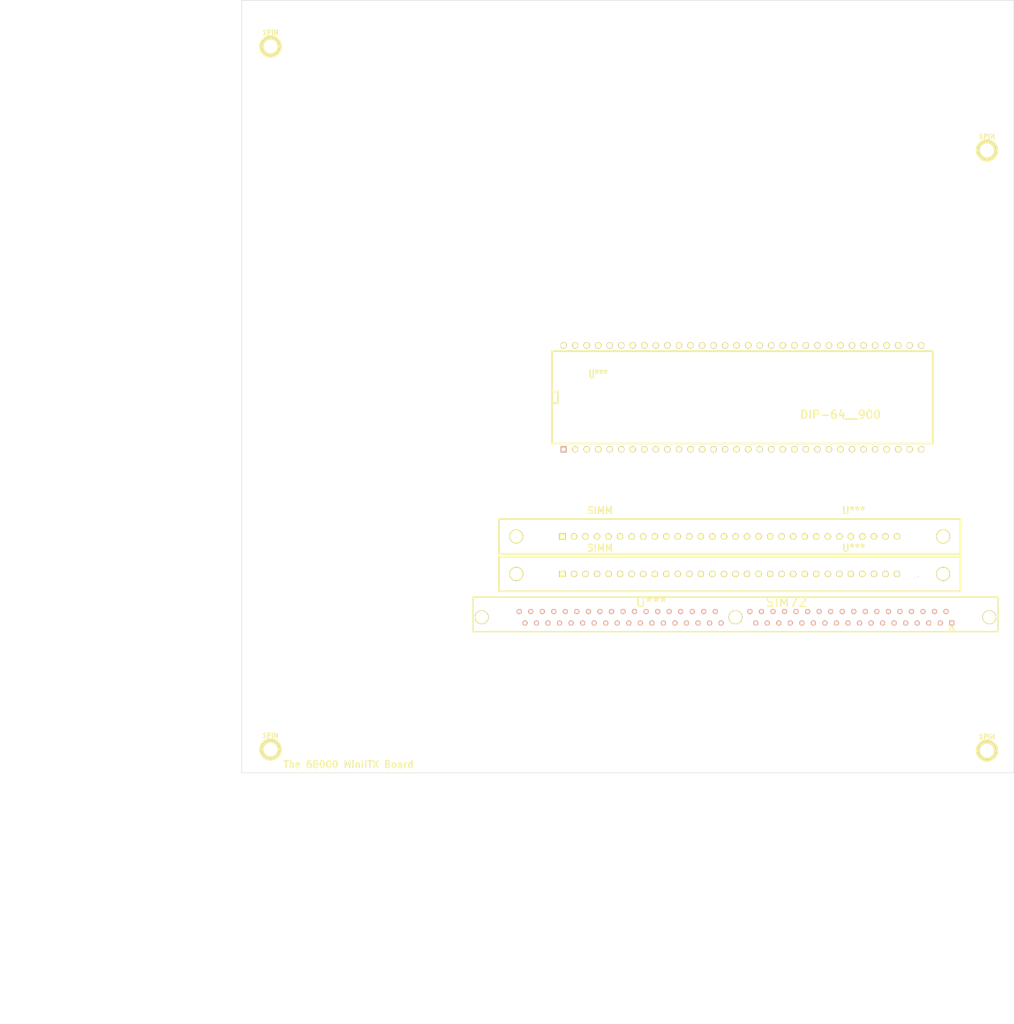
<source format=kicad_pcb>
(kicad_pcb (version 3) (host pcbnew "(2013-07-07 BZR 4022)-stable")

  (general
    (links 0)
    (no_connects 0)
    (area 0.0625 71.571999 223.328001 296.9225)
    (thickness 1.6)
    (drawings 8)
    (tracks 0)
    (zones 0)
    (modules 8)
    (nets 1)
  )

  (page A3)
  (layers
    (15 F.Cu signal)
    (2 Inner2.Cu signal)
    (1 Inner1.Cu signal)
    (0 B.Cu signal)
    (17 F.Adhes user)
    (19 F.Paste user)
    (21 F.SilkS user)
    (23 F.Mask user)
    (28 Edge.Cuts user)
  )

  (setup
    (last_trace_width 0.254)
    (trace_clearance 0.254)
    (zone_clearance 0.508)
    (zone_45_only no)
    (trace_min 0.254)
    (segment_width 0.2)
    (edge_width 0.1)
    (via_size 0.889)
    (via_drill 0.635)
    (via_min_size 0.889)
    (via_min_drill 0.508)
    (uvia_size 0.508)
    (uvia_drill 0.127)
    (uvias_allowed no)
    (uvia_min_size 0.508)
    (uvia_min_drill 0.127)
    (pcb_text_width 0.3)
    (pcb_text_size 1.5 1.5)
    (mod_edge_width 0.15)
    (mod_text_size 1 1)
    (mod_text_width 0.15)
    (pad_size 1.5 1.5)
    (pad_drill 0.6)
    (pad_to_mask_clearance 0)
    (aux_axis_origin 0.065 296.92)
    (visible_elements FFFFFFBF)
    (pcbplotparams
      (layerselection 270565377)
      (usegerberextensions true)
      (excludeedgelayer false)
      (linewidth 0.150000)
      (plotframeref false)
      (viasonmask false)
      (mode 1)
      (useauxorigin false)
      (hpglpennumber 1)
      (hpglpenspeed 20)
      (hpglpendiameter 15)
      (hpglpenoverlay 2)
      (psnegative false)
      (psa4output false)
      (plotreference true)
      (plotvalue true)
      (plotothertext true)
      (plotinvisibletext false)
      (padsonsilk false)
      (subtractmaskfromsilk false)
      (outputformat 1)
      (mirror false)
      (drillshape 0)
      (scaleselection 1)
      (outputdirectory ""))
  )

  (net 0 "")

  (net_class Default "This is the default net class."
    (clearance 0.254)
    (trace_width 0.254)
    (via_dia 0.889)
    (via_drill 0.635)
    (uvia_dia 0.508)
    (uvia_drill 0.127)
    (add_net "")
  )

  (module 1pin (layer F.Cu) (tedit 200000) (tstamp 535F2124)
    (at 217.362 104.642)
    (descr "module 1 pin (ou trou mecanique de percage)")
    (tags DEV)
    (path 1pin)
    (fp_text reference 1PIN (at 0 -3.048) (layer F.SilkS)
      (effects (font (size 1.016 1.016) (thickness 0.254)))
    )
    (fp_text value P*** (at 0 2.794) (layer F.SilkS) hide
      (effects (font (size 1.016 1.016) (thickness 0.254)))
    )
    (fp_circle (center 0 0) (end 0 -2.286) (layer F.SilkS) (width 0.381))
    (pad 1 thru_hole circle (at 0 0) (size 4.064 4.064) (drill 3.048)
      (layers *.Cu *.Mask F.SilkS)
    )
  )

  (module 1pin (layer F.Cu) (tedit 200000) (tstamp 535F2103)
    (at 59.628 81.782)
    (descr "module 1 pin (ou trou mecanique de percage)")
    (tags DEV)
    (path 1pin)
    (fp_text reference 1PIN (at 0 -3.048) (layer F.SilkS)
      (effects (font (size 1.016 1.016) (thickness 0.254)))
    )
    (fp_text value P*** (at 0 2.794) (layer F.SilkS) hide
      (effects (font (size 1.016 1.016) (thickness 0.254)))
    )
    (fp_circle (center 0 0) (end 0 -2.286) (layer F.SilkS) (width 0.381))
    (pad 1 thru_hole circle (at 0 0) (size 4.064 4.064) (drill 3.048)
      (layers *.Cu *.Mask F.SilkS)
    )
  )

  (module 1pin (layer F.Cu) (tedit 200000) (tstamp 535F210E)
    (at 59.628 236.468)
    (descr "module 1 pin (ou trou mecanique de percage)")
    (tags DEV)
    (path 1pin)
    (fp_text reference 1PIN (at 0 -3.048) (layer F.SilkS)
      (effects (font (size 1.016 1.016) (thickness 0.254)))
    )
    (fp_text value P*** (at 0 2.794) (layer F.SilkS) hide
      (effects (font (size 1.016 1.016) (thickness 0.254)))
    )
    (fp_circle (center 0 0) (end 0 -2.286) (layer F.SilkS) (width 0.381))
    (pad 1 thru_hole circle (at 0 0) (size 4.064 4.064) (drill 3.048)
      (layers *.Cu *.Mask F.SilkS)
    )
  )

  (module 1pin (layer F.Cu) (tedit 200000) (tstamp 535F212F)
    (at 217.362 236.722)
    (descr "module 1 pin (ou trou mecanique de percage)")
    (tags DEV)
    (path 1pin)
    (fp_text reference 1PIN (at 0 -3.048) (layer F.SilkS)
      (effects (font (size 1.016 1.016) (thickness 0.254)))
    )
    (fp_text value P*** (at 0 2.794) (layer F.SilkS) hide
      (effects (font (size 1.016 1.016) (thickness 0.254)))
    )
    (fp_circle (center 0 0) (end 0 -2.286) (layer F.SilkS) (width 0.381))
    (pad 1 thru_hole circle (at 0 0) (size 4.064 4.064) (drill 3.048)
      (layers *.Cu *.Mask F.SilkS)
    )
  )

  (module DIP-64__900 (layer F.Cu) (tedit 200000) (tstamp 535F36B6)
    (at 163.514 158.998)
    (descr "Module Dil 64 pins, pads ronds, e=900 mils")
    (tags DIL)
    (fp_text reference U*** (at -31.75 -5.08) (layer F.SilkS)
      (effects (font (size 1.778 1.27) (thickness 0.3048)))
    )
    (fp_text value DIP-64__900 (at 21.59 3.81) (layer F.SilkS)
      (effects (font (size 1.778 1.778) (thickness 0.3048)))
    )
    (fp_line (start -41.91 1.27) (end -40.64 1.27) (layer F.SilkS) (width 0.381))
    (fp_line (start -40.64 1.27) (end -40.64 -1.27) (layer F.SilkS) (width 0.381))
    (fp_line (start -40.64 -1.27) (end -41.91 -1.27) (layer F.SilkS) (width 0.381))
    (fp_line (start -41.91 -10.16) (end 41.91 -10.16) (layer F.SilkS) (width 0.381))
    (fp_line (start 41.91 -10.16) (end 41.91 10.16) (layer F.SilkS) (width 0.381))
    (fp_line (start 41.91 10.16) (end -41.91 10.16) (layer F.SilkS) (width 0.381))
    (fp_line (start -41.91 10.16) (end -41.91 -10.16) (layer F.SilkS) (width 0.381))
    (pad 1 thru_hole rect (at -39.37 11.43) (size 1.397 1.397) (drill 0.8128)
      (layers *.Cu *.SilkS *.Mask)
    )
    (pad 2 thru_hole circle (at -36.83 11.43) (size 1.397 1.397) (drill 0.8128)
      (layers *.Cu *.Mask F.SilkS)
    )
    (pad 3 thru_hole circle (at -34.29 11.43) (size 1.397 1.397) (drill 0.8128)
      (layers *.Cu *.Mask F.SilkS)
    )
    (pad 4 thru_hole circle (at -31.75 11.43) (size 1.397 1.397) (drill 0.8128)
      (layers *.Cu *.Mask F.SilkS)
    )
    (pad 5 thru_hole circle (at -29.21 11.43) (size 1.397 1.397) (drill 0.8128)
      (layers *.Cu *.Mask F.SilkS)
    )
    (pad 6 thru_hole circle (at -26.67 11.43) (size 1.397 1.397) (drill 0.8128)
      (layers *.Cu *.Mask F.SilkS)
    )
    (pad 7 thru_hole circle (at -24.13 11.43) (size 1.397 1.397) (drill 0.8128)
      (layers *.Cu *.Mask F.SilkS)
    )
    (pad 8 thru_hole circle (at -21.59 11.43) (size 1.397 1.397) (drill 0.8128)
      (layers *.Cu *.Mask F.SilkS)
    )
    (pad 9 thru_hole circle (at -19.05 11.43) (size 1.397 1.397) (drill 0.8128)
      (layers *.Cu *.Mask F.SilkS)
    )
    (pad 10 thru_hole circle (at -16.51 11.43) (size 1.397 1.397) (drill 0.8128)
      (layers *.Cu *.Mask F.SilkS)
    )
    (pad 11 thru_hole circle (at -13.97 11.43) (size 1.397 1.397) (drill 0.8128)
      (layers *.Cu *.Mask F.SilkS)
    )
    (pad 12 thru_hole circle (at -11.43 11.43) (size 1.397 1.397) (drill 0.8128)
      (layers *.Cu *.Mask F.SilkS)
    )
    (pad 13 thru_hole circle (at -8.89 11.43) (size 1.397 1.397) (drill 0.8128)
      (layers *.Cu *.Mask F.SilkS)
    )
    (pad 14 thru_hole circle (at -6.35 11.43) (size 1.397 1.397) (drill 0.8128)
      (layers *.Cu *.Mask F.SilkS)
    )
    (pad 15 thru_hole circle (at -3.81 11.43) (size 1.397 1.397) (drill 0.8128)
      (layers *.Cu *.Mask F.SilkS)
    )
    (pad 16 thru_hole circle (at -1.27 11.43) (size 1.397 1.397) (drill 0.8128)
      (layers *.Cu *.Mask F.SilkS)
    )
    (pad 17 thru_hole circle (at 1.27 11.43) (size 1.397 1.397) (drill 0.8128)
      (layers *.Cu *.Mask F.SilkS)
    )
    (pad 18 thru_hole circle (at 3.81 11.43) (size 1.397 1.397) (drill 0.8128)
      (layers *.Cu *.Mask F.SilkS)
    )
    (pad 19 thru_hole circle (at 6.35 11.43) (size 1.397 1.397) (drill 0.8128)
      (layers *.Cu *.Mask F.SilkS)
    )
    (pad 20 thru_hole circle (at 8.89 11.43) (size 1.397 1.397) (drill 0.8128)
      (layers *.Cu *.Mask F.SilkS)
    )
    (pad 21 thru_hole circle (at 11.43 11.43) (size 1.397 1.397) (drill 0.8128)
      (layers *.Cu *.Mask F.SilkS)
    )
    (pad 22 thru_hole circle (at 13.97 11.43) (size 1.397 1.397) (drill 0.8128)
      (layers *.Cu *.Mask F.SilkS)
    )
    (pad 23 thru_hole circle (at 16.51 11.43) (size 1.397 1.397) (drill 0.8128)
      (layers *.Cu *.Mask F.SilkS)
    )
    (pad 24 thru_hole circle (at 19.05 11.43) (size 1.397 1.397) (drill 0.8128)
      (layers *.Cu *.Mask F.SilkS)
    )
    (pad 25 thru_hole circle (at 21.59 11.43) (size 1.397 1.397) (drill 0.8128)
      (layers *.Cu *.Mask F.SilkS)
    )
    (pad 26 thru_hole circle (at 24.13 11.43) (size 1.397 1.397) (drill 0.8128)
      (layers *.Cu *.Mask F.SilkS)
    )
    (pad 27 thru_hole circle (at 26.67 11.43) (size 1.397 1.397) (drill 0.8128)
      (layers *.Cu *.Mask F.SilkS)
    )
    (pad 28 thru_hole circle (at 29.21 11.43) (size 1.397 1.397) (drill 0.8128)
      (layers *.Cu *.Mask F.SilkS)
    )
    (pad 29 thru_hole circle (at 31.75 11.43) (size 1.397 1.397) (drill 0.8128)
      (layers *.Cu *.Mask F.SilkS)
    )
    (pad 30 thru_hole circle (at 34.29 11.43) (size 1.397 1.397) (drill 0.8128)
      (layers *.Cu *.Mask F.SilkS)
    )
    (pad 31 thru_hole circle (at 36.83 11.43) (size 1.397 1.397) (drill 0.8128)
      (layers *.Cu *.Mask F.SilkS)
    )
    (pad 32 thru_hole circle (at 39.37 11.43) (size 1.397 1.397) (drill 0.8128)
      (layers *.Cu *.Mask F.SilkS)
    )
    (pad 33 thru_hole circle (at 39.37 -11.43) (size 1.397 1.397) (drill 0.8128)
      (layers *.Cu *.Mask F.SilkS)
    )
    (pad 34 thru_hole circle (at 36.83 -11.43) (size 1.397 1.397) (drill 0.8128)
      (layers *.Cu *.Mask F.SilkS)
    )
    (pad 35 thru_hole circle (at 34.29 -11.43) (size 1.397 1.397) (drill 0.8128)
      (layers *.Cu *.Mask F.SilkS)
    )
    (pad 36 thru_hole circle (at 31.75 -11.43) (size 1.397 1.397) (drill 0.8128)
      (layers *.Cu *.Mask F.SilkS)
    )
    (pad 37 thru_hole circle (at 29.21 -11.43) (size 1.397 1.397) (drill 0.8128)
      (layers *.Cu *.Mask F.SilkS)
    )
    (pad 38 thru_hole circle (at 26.67 -11.43) (size 1.397 1.397) (drill 0.8128)
      (layers *.Cu *.Mask F.SilkS)
    )
    (pad 39 thru_hole circle (at 24.13 -11.43) (size 1.397 1.397) (drill 0.8128)
      (layers *.Cu *.Mask F.SilkS)
    )
    (pad 40 thru_hole circle (at 21.59 -11.43) (size 1.397 1.397) (drill 0.8128)
      (layers *.Cu *.Mask F.SilkS)
    )
    (pad 41 thru_hole circle (at 19.05 -11.43) (size 1.397 1.397) (drill 0.8128)
      (layers *.Cu *.Mask F.SilkS)
    )
    (pad 42 thru_hole circle (at 16.51 -11.43) (size 1.397 1.397) (drill 0.8128)
      (layers *.Cu *.Mask F.SilkS)
    )
    (pad 43 thru_hole circle (at 13.97 -11.43) (size 1.397 1.397) (drill 0.8128)
      (layers *.Cu *.Mask F.SilkS)
    )
    (pad 44 thru_hole circle (at 11.43 -11.43) (size 1.397 1.397) (drill 0.8128)
      (layers *.Cu *.Mask F.SilkS)
    )
    (pad 45 thru_hole circle (at 8.89 -11.43) (size 1.397 1.397) (drill 0.8128)
      (layers *.Cu *.Mask F.SilkS)
    )
    (pad 46 thru_hole circle (at 6.35 -11.43) (size 1.397 1.397) (drill 0.8128)
      (layers *.Cu *.Mask F.SilkS)
    )
    (pad 47 thru_hole circle (at 3.81 -11.43) (size 1.397 1.397) (drill 0.8128)
      (layers *.Cu *.Mask F.SilkS)
    )
    (pad 48 thru_hole circle (at 1.27 -11.43) (size 1.397 1.397) (drill 0.8128)
      (layers *.Cu *.Mask F.SilkS)
    )
    (pad 49 thru_hole circle (at -1.27 -11.43) (size 1.397 1.397) (drill 0.8128)
      (layers *.Cu *.Mask F.SilkS)
    )
    (pad 50 thru_hole circle (at -3.81 -11.43) (size 1.397 1.397) (drill 0.8128)
      (layers *.Cu *.Mask F.SilkS)
    )
    (pad 51 thru_hole circle (at -6.35 -11.43) (size 1.397 1.397) (drill 0.8128)
      (layers *.Cu *.Mask F.SilkS)
    )
    (pad 52 thru_hole circle (at -8.89 -11.43) (size 1.397 1.397) (drill 0.8128)
      (layers *.Cu *.Mask F.SilkS)
    )
    (pad 53 thru_hole circle (at -11.43 -11.43) (size 1.397 1.397) (drill 0.8128)
      (layers *.Cu *.Mask F.SilkS)
    )
    (pad 54 thru_hole circle (at -13.97 -11.43) (size 1.397 1.397) (drill 0.8128)
      (layers *.Cu *.Mask F.SilkS)
    )
    (pad 55 thru_hole circle (at -16.51 -11.43) (size 1.397 1.397) (drill 0.8128)
      (layers *.Cu *.Mask F.SilkS)
    )
    (pad 56 thru_hole circle (at -19.05 -11.43) (size 1.397 1.397) (drill 0.8128)
      (layers *.Cu *.Mask F.SilkS)
    )
    (pad 57 thru_hole circle (at -21.59 -11.43) (size 1.397 1.397) (drill 0.8128)
      (layers *.Cu *.Mask F.SilkS)
    )
    (pad 58 thru_hole circle (at -24.13 -11.43) (size 1.397 1.397) (drill 0.8128)
      (layers *.Cu *.Mask F.SilkS)
    )
    (pad 59 thru_hole circle (at -26.67 -11.43) (size 1.397 1.397) (drill 0.8128)
      (layers *.Cu *.Mask F.SilkS)
    )
    (pad 60 thru_hole circle (at -29.21 -11.43) (size 1.397 1.397) (drill 0.8128)
      (layers *.Cu *.Mask F.SilkS)
    )
    (pad 61 thru_hole circle (at -31.75 -11.43) (size 1.397 1.397) (drill 0.8128)
      (layers *.Cu *.Mask F.SilkS)
    )
    (pad 62 thru_hole circle (at -34.29 -11.43) (size 1.397 1.397) (drill 0.8128)
      (layers *.Cu *.Mask F.SilkS)
    )
    (pad 63 thru_hole circle (at -36.83 -11.43) (size 1.397 1.397) (drill 0.8128)
      (layers *.Cu *.Mask F.SilkS)
    )
    (pad 64 thru_hole circle (at -39.37 -11.43) (size 1.397 1.397) (drill 0.8128)
      (layers *.Cu *.Mask F.SilkS)
    )
    (model dil/dil_64-w600.wrl
      (at (xyz 0 0 0))
      (scale (xyz 1 1.5 1))
      (rotate (xyz 0 0 0))
    )
  )

  (module SIMM (layer F.Cu) (tedit 200000) (tstamp 535F4A69)
    (at 160.72 189.605)
    (descr "Support pour barettes SIMM 9 bits")
    (tags SIMM)
    (fp_text reference SIMM (at -28.575 -5.715) (layer F.SilkS)
      (effects (font (size 1.524 1.524) (thickness 0.3048)))
    )
    (fp_text value U*** (at 27.305 -5.715) (layer F.SilkS)
      (effects (font (size 1.524 1.524) (thickness 0.3048)))
    )
    (fp_line (start -50.8 -3.81) (end 50.8 -3.81) (layer F.SilkS) (width 0.381))
    (fp_line (start 50.8 -3.81) (end 50.8 3.81) (layer F.SilkS) (width 0.381))
    (fp_line (start 50.8 3.81) (end -50.8 3.81) (layer F.SilkS) (width 0.381))
    (fp_line (start -50.8 3.81) (end -50.8 -3.81) (layer F.SilkS) (width 0.381))
    (pad 1 thru_hole rect (at -36.83 0) (size 1.397 1.397) (drill 0.8128)
      (layers *.Cu *.Mask F.SilkS)
    )
    (pad 2 thru_hole circle (at -34.29 0) (size 1.397 1.397) (drill 0.8128)
      (layers *.Cu *.Mask F.SilkS)
    )
    (pad 3 thru_hole circle (at -31.75 0) (size 1.397 1.397) (drill 0.8128)
      (layers *.Cu *.Mask F.SilkS)
    )
    (pad 4 thru_hole circle (at -29.21 0) (size 1.397 1.397) (drill 0.8128)
      (layers *.Cu *.Mask F.SilkS)
    )
    (pad 5 thru_hole circle (at -26.67 0) (size 1.397 1.397) (drill 0.8128)
      (layers *.Cu *.Mask F.SilkS)
    )
    (pad 6 thru_hole circle (at -24.13 0) (size 1.397 1.397) (drill 0.8128)
      (layers *.Cu *.Mask F.SilkS)
    )
    (pad 7 thru_hole circle (at -21.59 0) (size 1.397 1.397) (drill 0.8128)
      (layers *.Cu *.Mask F.SilkS)
    )
    (pad 8 thru_hole circle (at -19.05 0) (size 1.397 1.397) (drill 0.8128)
      (layers *.Cu *.Mask F.SilkS)
    )
    (pad 9 thru_hole circle (at -16.51 0) (size 1.397 1.397) (drill 0.8128)
      (layers *.Cu *.Mask F.SilkS)
    )
    (pad 10 thru_hole circle (at -13.97 0) (size 1.397 1.397) (drill 0.8128)
      (layers *.Cu *.Mask F.SilkS)
    )
    (pad 11 thru_hole circle (at -11.43 0) (size 1.397 1.397) (drill 0.8128)
      (layers *.Cu *.Mask F.SilkS)
    )
    (pad 12 thru_hole circle (at -8.89 0) (size 1.397 1.397) (drill 0.8128)
      (layers *.Cu *.Mask F.SilkS)
    )
    (pad 13 thru_hole circle (at -6.35 0) (size 1.397 1.397) (drill 0.8128)
      (layers *.Cu *.Mask F.SilkS)
    )
    (pad 14 thru_hole circle (at -3.81 0) (size 1.397 1.397) (drill 0.8128)
      (layers *.Cu *.Mask F.SilkS)
    )
    (pad 15 thru_hole circle (at -1.27 0) (size 1.397 1.397) (drill 0.8128)
      (layers *.Cu *.Mask F.SilkS)
    )
    (pad 16 thru_hole circle (at 1.27 0) (size 1.397 1.397) (drill 0.8128)
      (layers *.Cu *.Mask F.SilkS)
    )
    (pad 17 thru_hole circle (at 3.81 0) (size 1.397 1.397) (drill 0.8128)
      (layers *.Cu *.Mask F.SilkS)
    )
    (pad 18 thru_hole circle (at 6.35 0) (size 1.397 1.397) (drill 0.8128)
      (layers *.Cu *.Mask F.SilkS)
    )
    (pad 19 thru_hole circle (at 8.89 0) (size 1.397 1.397) (drill 0.8128)
      (layers *.Cu *.Mask F.SilkS)
    )
    (pad 20 thru_hole circle (at 11.43 0) (size 1.397 1.397) (drill 0.8128)
      (layers *.Cu *.Mask F.SilkS)
    )
    (pad 21 thru_hole circle (at 13.97 0) (size 1.397 1.397) (drill 0.8128)
      (layers *.Cu *.Mask F.SilkS)
    )
    (pad 22 thru_hole circle (at 16.51 0) (size 1.397 1.397) (drill 0.8128)
      (layers *.Cu *.Mask F.SilkS)
    )
    (pad 23 thru_hole circle (at 19.05 0) (size 1.397 1.397) (drill 0.8128)
      (layers *.Cu *.Mask F.SilkS)
    )
    (pad 24 thru_hole circle (at 21.59 0) (size 1.397 1.397) (drill 0.8128)
      (layers *.Cu *.Mask F.SilkS)
    )
    (pad 25 thru_hole circle (at 24.13 0) (size 1.397 1.397) (drill 0.8128)
      (layers *.Cu *.Mask F.SilkS)
    )
    (pad 26 thru_hole circle (at 26.67 0) (size 1.397 1.397) (drill 0.8128)
      (layers *.Cu *.Mask F.SilkS)
    )
    (pad 27 thru_hole circle (at 29.21 0) (size 1.397 1.397) (drill 0.8128)
      (layers *.Cu *.Mask F.SilkS)
    )
    (pad 28 thru_hole circle (at 31.75 0) (size 1.397 1.397) (drill 0.8128)
      (layers *.Cu *.Mask F.SilkS)
    )
    (pad 29 thru_hole circle (at 34.29 0) (size 1.397 1.397) (drill 0.8128)
      (layers *.Cu *.Mask F.SilkS)
    )
    (pad 30 thru_hole circle (at 36.83 0) (size 1.397 1.397) (drill 0.8128)
      (layers *.Cu *.Mask F.SilkS)
    )
    (pad 31 thru_hole circle (at 46.99 0) (size 3.048 3.048) (drill 2.54)
      (layers *.Cu *.Mask F.SilkS)
    )
    (pad 32 thru_hole circle (at -46.99 0) (size 3.048 3.048) (drill 2.54)
      (layers *.Cu *.Mask F.SilkS)
    )
  )

  (module SIMM (layer F.Cu) (tedit 200000) (tstamp 535F4AB8)
    (at 160.72 197.86)
    (descr "Support pour barettes SIMM 9 bits")
    (tags SIMM)
    (fp_text reference SIMM (at -28.575 -5.715) (layer F.SilkS)
      (effects (font (size 1.524 1.524) (thickness 0.3048)))
    )
    (fp_text value U*** (at 27.305 -5.715) (layer F.SilkS)
      (effects (font (size 1.524 1.524) (thickness 0.3048)))
    )
    (fp_line (start -50.8 -3.81) (end 50.8 -3.81) (layer F.SilkS) (width 0.381))
    (fp_line (start 50.8 -3.81) (end 50.8 3.81) (layer F.SilkS) (width 0.381))
    (fp_line (start 50.8 3.81) (end -50.8 3.81) (layer F.SilkS) (width 0.381))
    (fp_line (start -50.8 3.81) (end -50.8 -3.81) (layer F.SilkS) (width 0.381))
    (pad 1 thru_hole rect (at -36.83 0) (size 1.397 1.397) (drill 0.8128)
      (layers *.Cu *.Mask F.SilkS)
    )
    (pad 2 thru_hole circle (at -34.29 0) (size 1.397 1.397) (drill 0.8128)
      (layers *.Cu *.Mask F.SilkS)
    )
    (pad 3 thru_hole circle (at -31.75 0) (size 1.397 1.397) (drill 0.8128)
      (layers *.Cu *.Mask F.SilkS)
    )
    (pad 4 thru_hole circle (at -29.21 0) (size 1.397 1.397) (drill 0.8128)
      (layers *.Cu *.Mask F.SilkS)
    )
    (pad 5 thru_hole circle (at -26.67 0) (size 1.397 1.397) (drill 0.8128)
      (layers *.Cu *.Mask F.SilkS)
    )
    (pad 6 thru_hole circle (at -24.13 0) (size 1.397 1.397) (drill 0.8128)
      (layers *.Cu *.Mask F.SilkS)
    )
    (pad 7 thru_hole circle (at -21.59 0) (size 1.397 1.397) (drill 0.8128)
      (layers *.Cu *.Mask F.SilkS)
    )
    (pad 8 thru_hole circle (at -19.05 0) (size 1.397 1.397) (drill 0.8128)
      (layers *.Cu *.Mask F.SilkS)
    )
    (pad 9 thru_hole circle (at -16.51 0) (size 1.397 1.397) (drill 0.8128)
      (layers *.Cu *.Mask F.SilkS)
    )
    (pad 10 thru_hole circle (at -13.97 0) (size 1.397 1.397) (drill 0.8128)
      (layers *.Cu *.Mask F.SilkS)
    )
    (pad 11 thru_hole circle (at -11.43 0) (size 1.397 1.397) (drill 0.8128)
      (layers *.Cu *.Mask F.SilkS)
    )
    (pad 12 thru_hole circle (at -8.89 0) (size 1.397 1.397) (drill 0.8128)
      (layers *.Cu *.Mask F.SilkS)
    )
    (pad 13 thru_hole circle (at -6.35 0) (size 1.397 1.397) (drill 0.8128)
      (layers *.Cu *.Mask F.SilkS)
    )
    (pad 14 thru_hole circle (at -3.81 0) (size 1.397 1.397) (drill 0.8128)
      (layers *.Cu *.Mask F.SilkS)
    )
    (pad 15 thru_hole circle (at -1.27 0) (size 1.397 1.397) (drill 0.8128)
      (layers *.Cu *.Mask F.SilkS)
    )
    (pad 16 thru_hole circle (at 1.27 0) (size 1.397 1.397) (drill 0.8128)
      (layers *.Cu *.Mask F.SilkS)
    )
    (pad 17 thru_hole circle (at 3.81 0) (size 1.397 1.397) (drill 0.8128)
      (layers *.Cu *.Mask F.SilkS)
    )
    (pad 18 thru_hole circle (at 6.35 0) (size 1.397 1.397) (drill 0.8128)
      (layers *.Cu *.Mask F.SilkS)
    )
    (pad 19 thru_hole circle (at 8.89 0) (size 1.397 1.397) (drill 0.8128)
      (layers *.Cu *.Mask F.SilkS)
    )
    (pad 20 thru_hole circle (at 11.43 0) (size 1.397 1.397) (drill 0.8128)
      (layers *.Cu *.Mask F.SilkS)
    )
    (pad 21 thru_hole circle (at 13.97 0) (size 1.397 1.397) (drill 0.8128)
      (layers *.Cu *.Mask F.SilkS)
    )
    (pad 22 thru_hole circle (at 16.51 0) (size 1.397 1.397) (drill 0.8128)
      (layers *.Cu *.Mask F.SilkS)
    )
    (pad 23 thru_hole circle (at 19.05 0) (size 1.397 1.397) (drill 0.8128)
      (layers *.Cu *.Mask F.SilkS)
    )
    (pad 24 thru_hole circle (at 21.59 0) (size 1.397 1.397) (drill 0.8128)
      (layers *.Cu *.Mask F.SilkS)
    )
    (pad 25 thru_hole circle (at 24.13 0) (size 1.397 1.397) (drill 0.8128)
      (layers *.Cu *.Mask F.SilkS)
    )
    (pad 26 thru_hole circle (at 26.67 0) (size 1.397 1.397) (drill 0.8128)
      (layers *.Cu *.Mask F.SilkS)
    )
    (pad 27 thru_hole circle (at 29.21 0) (size 1.397 1.397) (drill 0.8128)
      (layers *.Cu *.Mask F.SilkS)
    )
    (pad 28 thru_hole circle (at 31.75 0) (size 1.397 1.397) (drill 0.8128)
      (layers *.Cu *.Mask F.SilkS)
    )
    (pad 29 thru_hole circle (at 34.29 0) (size 1.397 1.397) (drill 0.8128)
      (layers *.Cu *.Mask F.SilkS)
    )
    (pad 30 thru_hole circle (at 36.83 0) (size 1.397 1.397) (drill 0.8128)
      (layers *.Cu *.Mask F.SilkS)
    )
    (pad 31 thru_hole circle (at 46.99 0) (size 3.048 3.048) (drill 2.54)
      (layers *.Cu *.Mask F.SilkS)
    )
    (pad 32 thru_hole circle (at -46.99 0) (size 3.048 3.048) (drill 2.54)
      (layers *.Cu *.Mask F.SilkS)
    )
  )

  (module SIM72 (layer F.Cu) (tedit 200000) (tstamp 535F581C)
    (at 161.99 207.385)
    (descr "Support 72 pins pour barettes SIMM 32 bits")
    (tags SIMM)
    (fp_text reference U*** (at -18.542 -3.302) (layer F.SilkS)
      (effects (font (size 2.032 2.032) (thickness 0.3048)))
    )
    (fp_text value SIM72 (at 11.176 -3.302) (layer F.SilkS)
      (effects (font (size 2.032 2.032) (thickness 0.3048)))
    )
    (fp_line (start 57.785 -4.445) (end -57.785 -4.445) (layer F.SilkS) (width 0.3048))
    (fp_line (start -57.785 -4.445) (end -57.785 3.175) (layer F.SilkS) (width 0.3048))
    (fp_line (start -57.785 3.175) (end 57.785 3.175) (layer F.SilkS) (width 0.3048))
    (fp_line (start 57.785 3.175) (end 57.785 -4.445) (layer F.SilkS) (width 0.3048))
    (fp_line (start 46.99 3.175) (end 47.625 1.905) (layer F.SilkS) (width 0.3048))
    (fp_line (start 47.625 1.905) (end 48.26 3.175) (layer F.SilkS) (width 0.3048))
    (pad "" thru_hole circle (at 0 0) (size 3.048 3.048) (drill 2.54)
      (layers *.Cu *.Mask F.SilkS)
    )
    (pad "" thru_hole circle (at -55.88 0) (size 3.048 3.048) (drill 2.54)
      (layers *.Cu *.Mask F.SilkS)
    )
    (pad "" thru_hole circle (at 55.88 0) (size 3.048 3.048) (drill 2.54)
      (layers *.Cu *.Mask F.SilkS)
    )
    (pad 1 thru_hole rect (at 47.625 1.27) (size 1.143 1.143) (drill 0.635)
      (layers *.Cu *.SilkS *.Mask)
    )
    (pad 2 thru_hole circle (at 46.355 -1.27) (size 1.143 1.143) (drill 0.635)
      (layers *.Cu *.SilkS *.Mask)
    )
    (pad 3 thru_hole circle (at 45.085 1.27) (size 1.143 1.143) (drill 0.635)
      (layers *.Cu *.SilkS *.Mask)
    )
    (pad 4 thru_hole circle (at 43.815 -1.27) (size 1.143 1.143) (drill 0.635)
      (layers *.Cu *.SilkS *.Mask)
    )
    (pad 5 thru_hole circle (at 42.545 1.27) (size 1.143 1.143) (drill 0.635)
      (layers *.Cu *.SilkS *.Mask)
    )
    (pad 6 thru_hole circle (at 41.275 -1.27) (size 1.143 1.143) (drill 0.635)
      (layers *.Cu *.SilkS *.Mask)
    )
    (pad 7 thru_hole circle (at 40.005 1.27) (size 1.143 1.143) (drill 0.635)
      (layers *.Cu *.SilkS *.Mask)
    )
    (pad 8 thru_hole circle (at 38.735 -1.27) (size 1.143 1.143) (drill 0.635)
      (layers *.Cu *.SilkS *.Mask)
    )
    (pad 9 thru_hole circle (at 37.465 1.27) (size 1.143 1.143) (drill 0.635)
      (layers *.Cu *.SilkS *.Mask)
    )
    (pad 10 thru_hole circle (at 36.195 -1.27) (size 1.143 1.143) (drill 0.635)
      (layers *.Cu *.SilkS *.Mask)
    )
    (pad 11 thru_hole circle (at 34.925 1.27) (size 1.143 1.143) (drill 0.635)
      (layers *.Cu *.SilkS *.Mask)
    )
    (pad 12 thru_hole circle (at 33.655 -1.27) (size 1.143 1.143) (drill 0.635)
      (layers *.Cu *.SilkS *.Mask)
    )
    (pad 13 thru_hole circle (at 32.385 1.27) (size 1.143 1.143) (drill 0.635)
      (layers *.Cu *.SilkS *.Mask)
    )
    (pad 14 thru_hole circle (at 31.115 -1.27) (size 1.143 1.143) (drill 0.635)
      (layers *.Cu *.SilkS *.Mask)
    )
    (pad 15 thru_hole circle (at 29.845 1.27) (size 1.143 1.143) (drill 0.635)
      (layers *.Cu *.SilkS *.Mask)
    )
    (pad 16 thru_hole circle (at 28.575 -1.27) (size 1.143 1.143) (drill 0.635)
      (layers *.Cu *.SilkS *.Mask)
    )
    (pad 17 thru_hole circle (at 27.305 1.27) (size 1.143 1.143) (drill 0.635)
      (layers *.Cu *.SilkS *.Mask)
    )
    (pad 18 thru_hole circle (at 26.035 -1.27) (size 1.143 1.143) (drill 0.635)
      (layers *.Cu *.SilkS *.Mask)
    )
    (pad 19 thru_hole circle (at 24.765 1.27) (size 1.143 1.143) (drill 0.635)
      (layers *.Cu *.SilkS *.Mask)
    )
    (pad 20 thru_hole circle (at 23.495 -1.27) (size 1.143 1.143) (drill 0.635)
      (layers *.Cu *.SilkS *.Mask)
    )
    (pad 21 thru_hole circle (at 22.225 1.27) (size 1.143 1.143) (drill 0.635)
      (layers *.Cu *.SilkS *.Mask)
    )
    (pad 22 thru_hole circle (at 20.955 -1.27) (size 1.143 1.143) (drill 0.635)
      (layers *.Cu *.SilkS *.Mask)
    )
    (pad 23 thru_hole circle (at 19.685 1.27) (size 1.143 1.143) (drill 0.635)
      (layers *.Cu *.SilkS *.Mask)
    )
    (pad 24 thru_hole circle (at 18.415 -1.27) (size 1.143 1.143) (drill 0.635)
      (layers *.Cu *.SilkS *.Mask)
    )
    (pad 25 thru_hole circle (at 17.145 1.27) (size 1.143 1.143) (drill 0.635)
      (layers *.Cu *.SilkS *.Mask)
    )
    (pad 26 thru_hole circle (at 15.875 -1.27) (size 1.143 1.143) (drill 0.635)
      (layers *.Cu *.SilkS *.Mask)
    )
    (pad 27 thru_hole circle (at 14.605 1.27) (size 1.143 1.143) (drill 0.635)
      (layers *.Cu *.SilkS *.Mask)
    )
    (pad 28 thru_hole circle (at 13.335 -1.27) (size 1.143 1.143) (drill 0.635)
      (layers *.Cu *.SilkS *.Mask)
    )
    (pad 29 thru_hole circle (at 12.065 1.27) (size 1.143 1.143) (drill 0.635)
      (layers *.Cu *.SilkS *.Mask)
    )
    (pad 30 thru_hole circle (at 10.795 -1.27) (size 1.143 1.143) (drill 0.635)
      (layers *.Cu *.SilkS *.Mask)
    )
    (pad 31 thru_hole circle (at 9.525 1.27) (size 1.143 1.143) (drill 0.635)
      (layers *.Cu *.SilkS *.Mask)
    )
    (pad 32 thru_hole circle (at 8.255 -1.27) (size 1.143 1.143) (drill 0.635)
      (layers *.Cu *.SilkS *.Mask)
    )
    (pad 33 thru_hole circle (at 6.985 1.27) (size 1.143 1.143) (drill 0.635)
      (layers *.Cu *.SilkS *.Mask)
    )
    (pad 34 thru_hole circle (at 5.715 -1.27) (size 1.143 1.143) (drill 0.635)
      (layers *.Cu *.SilkS *.Mask)
    )
    (pad 35 thru_hole circle (at 4.445 1.27) (size 1.143 1.143) (drill 0.635)
      (layers *.Cu *.SilkS *.Mask)
    )
    (pad 36 thru_hole circle (at 3.175 -1.27) (size 1.143 1.143) (drill 0.635)
      (layers *.Cu *.SilkS *.Mask)
    )
    (pad 37 thru_hole circle (at -3.175 1.27) (size 1.143 1.143) (drill 0.635)
      (layers *.Cu *.SilkS *.Mask)
    )
    (pad 38 thru_hole circle (at -4.445 -1.27) (size 1.143 1.143) (drill 0.635)
      (layers *.Cu *.SilkS *.Mask)
    )
    (pad 39 thru_hole circle (at -5.715 1.27) (size 1.143 1.143) (drill 0.635)
      (layers *.Cu *.SilkS *.Mask)
    )
    (pad 40 thru_hole circle (at -6.985 -1.27) (size 1.143 1.143) (drill 0.635)
      (layers *.Cu *.SilkS *.Mask)
    )
    (pad 41 thru_hole circle (at -8.255 1.27) (size 1.143 1.143) (drill 0.635)
      (layers *.Cu *.SilkS *.Mask)
    )
    (pad 42 thru_hole circle (at -9.525 -1.27) (size 1.143 1.143) (drill 0.635)
      (layers *.Cu *.SilkS *.Mask)
    )
    (pad 43 thru_hole circle (at -10.795 1.27) (size 1.143 1.143) (drill 0.635)
      (layers *.Cu *.SilkS *.Mask)
    )
    (pad 44 thru_hole circle (at -12.065 -1.27) (size 1.143 1.143) (drill 0.635)
      (layers *.Cu *.SilkS *.Mask)
    )
    (pad 45 thru_hole circle (at -13.335 1.27) (size 1.143 1.143) (drill 0.635)
      (layers *.Cu *.SilkS *.Mask)
    )
    (pad 46 thru_hole circle (at -14.605 -1.27) (size 1.143 1.143) (drill 0.635)
      (layers *.Cu *.SilkS *.Mask)
    )
    (pad 47 thru_hole circle (at -15.875 1.27) (size 1.143 1.143) (drill 0.635)
      (layers *.Cu *.SilkS *.Mask)
    )
    (pad 48 thru_hole circle (at -17.145 -1.27) (size 1.143 1.143) (drill 0.635)
      (layers *.Cu *.SilkS *.Mask)
    )
    (pad 49 thru_hole circle (at -18.415 1.27) (size 1.143 1.143) (drill 0.635)
      (layers *.Cu *.SilkS *.Mask)
    )
    (pad 50 thru_hole circle (at -19.685 -1.27) (size 1.143 1.143) (drill 0.635)
      (layers *.Cu *.SilkS *.Mask)
    )
    (pad 51 thru_hole circle (at -20.955 1.27) (size 1.143 1.143) (drill 0.635)
      (layers *.Cu *.SilkS *.Mask)
    )
    (pad 52 thru_hole circle (at -22.225 -1.27) (size 1.143 1.143) (drill 0.635)
      (layers *.Cu *.SilkS *.Mask)
    )
    (pad 53 thru_hole circle (at -23.495 1.27) (size 1.143 1.143) (drill 0.635)
      (layers *.Cu *.SilkS *.Mask)
    )
    (pad 54 thru_hole circle (at -24.765 -1.27) (size 1.143 1.143) (drill 0.635)
      (layers *.Cu *.SilkS *.Mask)
    )
    (pad 55 thru_hole circle (at -26.035 1.27) (size 1.143 1.143) (drill 0.635)
      (layers *.Cu *.SilkS *.Mask)
    )
    (pad 56 thru_hole circle (at -27.305 -1.27) (size 1.143 1.143) (drill 0.635)
      (layers *.Cu *.SilkS *.Mask)
    )
    (pad 57 thru_hole circle (at -28.575 1.27) (size 1.143 1.143) (drill 0.635)
      (layers *.Cu *.SilkS *.Mask)
    )
    (pad 58 thru_hole circle (at -29.845 -1.27) (size 1.143 1.143) (drill 0.635)
      (layers *.Cu *.SilkS *.Mask)
    )
    (pad 59 thru_hole circle (at -31.115 1.27) (size 1.143 1.143) (drill 0.635)
      (layers *.Cu *.SilkS *.Mask)
    )
    (pad 60 thru_hole circle (at -32.385 -1.27) (size 1.143 1.143) (drill 0.635)
      (layers *.Cu *.SilkS *.Mask)
    )
    (pad 61 thru_hole circle (at -33.655 1.27) (size 1.143 1.143) (drill 0.635)
      (layers *.Cu *.SilkS *.Mask)
    )
    (pad 62 thru_hole circle (at -34.925 -1.27) (size 1.143 1.143) (drill 0.635)
      (layers *.Cu *.SilkS *.Mask)
    )
    (pad 63 thru_hole circle (at -36.195 1.27) (size 1.143 1.143) (drill 0.635)
      (layers *.Cu *.SilkS *.Mask)
    )
    (pad 64 thru_hole circle (at -37.465 -1.27) (size 1.143 1.143) (drill 0.635)
      (layers *.Cu *.SilkS *.Mask)
    )
    (pad 65 thru_hole circle (at -38.735 1.27) (size 1.143 1.143) (drill 0.635)
      (layers *.Cu *.SilkS *.Mask)
    )
    (pad 66 thru_hole circle (at -40.005 -1.27) (size 1.143 1.143) (drill 0.635)
      (layers *.Cu *.SilkS *.Mask)
    )
    (pad 67 thru_hole circle (at -41.275 1.27) (size 1.143 1.143) (drill 0.635)
      (layers *.Cu *.SilkS *.Mask)
    )
    (pad 68 thru_hole circle (at -42.545 -1.27) (size 1.143 1.143) (drill 0.635)
      (layers *.Cu *.SilkS *.Mask)
    )
    (pad 69 thru_hole circle (at -43.815 1.27) (size 1.143 1.143) (drill 0.635)
      (layers *.Cu *.SilkS *.Mask)
    )
    (pad 70 thru_hole circle (at -45.085 -1.27) (size 1.143 1.143) (drill 0.635)
      (layers *.Cu *.SilkS *.Mask)
    )
    (pad 71 thru_hole circle (at -46.355 1.27) (size 1.143 1.143) (drill 0.635)
      (layers *.Cu *.SilkS *.Mask)
    )
    (pad 72 thru_hole circle (at -47.625 -1.27) (size 1.143 1.143) (drill 0.635)
      (layers *.Cu *.SilkS *.Mask)
    )
  )

  (target plus (at 0.065 296.92) (size 0.005) (width 0.1) (layer Edge.Cuts))
  (gr_text "The 68000 MiniITX Board" (at 62.295 239.77) (layer F.SilkS)
    (effects (font (size 1.5 1.5) (thickness 0.3)) (justify left))
  )
  (target plus (at 201.487 198.749) (size 0.005) (width 0.1) (layer Edge.Cuts))
  (target plus (at 202.249 198.495) (size 0.005) (width 0.1) (layer Edge.Cuts))
  (gr_line (start 53.278 71.622) (end 53.278 241.622) (angle 90) (layer Edge.Cuts) (width 0.1))
  (gr_line (start 223.278 71.622) (end 53.278 71.622) (angle 90) (layer Edge.Cuts) (width 0.1))
  (gr_line (start 223.278 241.622) (end 223.278 71.622) (angle 90) (layer Edge.Cuts) (width 0.1))
  (gr_line (start 53.278 241.622) (end 223.278 241.622) (angle 90) (layer Edge.Cuts) (width 0.1))

)

</source>
